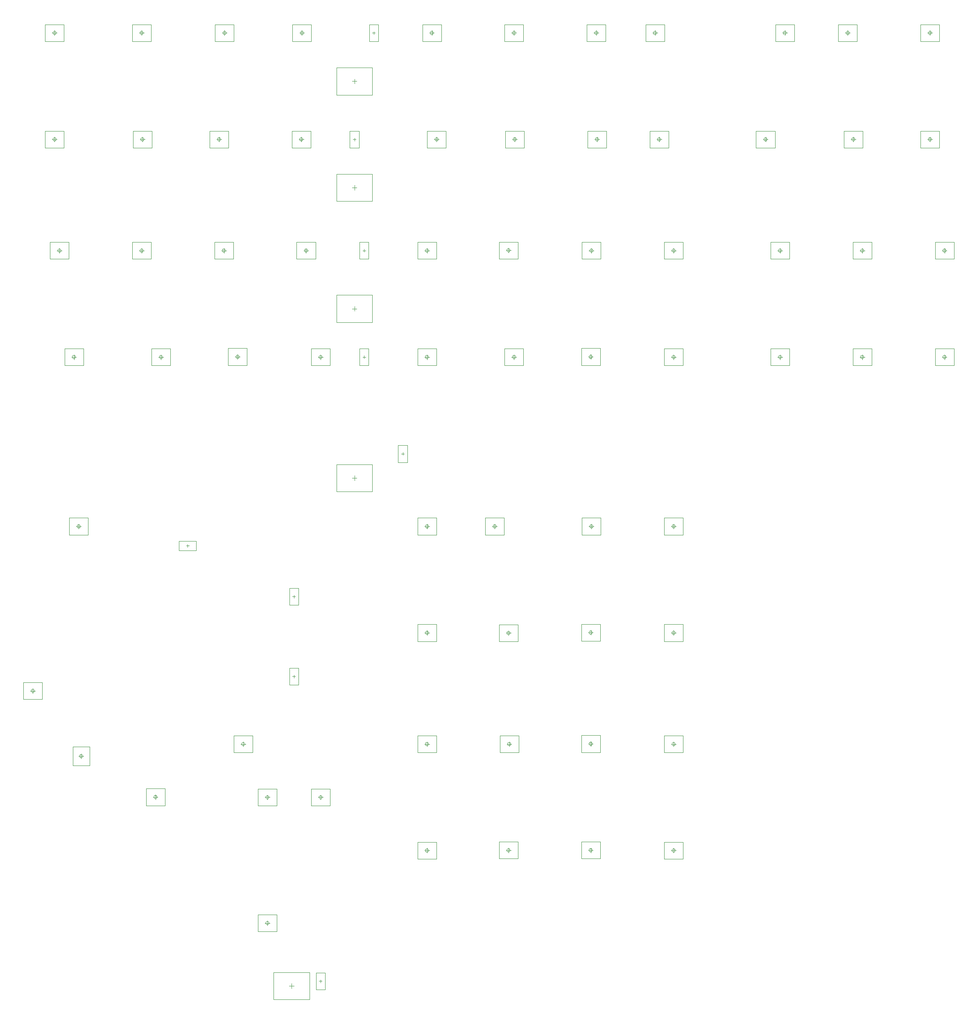
<source format=gbr>
%TF.GenerationSoftware,Altium Limited,Altium Designer,20.2.5 (213)*%
G04 Layer_Color=32768*
%FSLAX45Y45*%
%MOMM*%
%TF.SameCoordinates,662F433C-BD6F-4083-8A0F-E7C0AAC1164F*%
%TF.FilePolarity,Positive*%
%TF.FileFunction,Other,Mechanical_15*%
%TF.Part,Single*%
G01*
G75*
%TA.AperFunction,NonConductor*%
%ADD50C,0.10000*%
%ADD51C,0.05000*%
D50*
X5900000Y1650000D02*
Y1750000D01*
X5850000Y1700000D02*
X5950000D01*
X7200000Y12150000D02*
Y12250000D01*
X7150000Y12200000D02*
X7250000D01*
X7200000Y15650000D02*
Y15750000D01*
X7150000Y15700000D02*
X7250000D01*
X7200000Y18150000D02*
Y18250000D01*
X7150000Y18200000D02*
X7250000D01*
X7200000Y20350000D02*
Y20450000D01*
X7150000Y20400000D02*
X7250000D01*
D51*
X585000Y7800000D02*
G03*
X585000Y7800000I-35000J0D01*
G01*
X1585000Y6450000D02*
G03*
X1585000Y6450000I-35000J0D01*
G01*
X13835001Y4500000D02*
G03*
X13835001Y4500000I-35000J0D01*
G01*
X12120000Y4505000D02*
G03*
X12120000Y4505000I-35000J0D01*
G01*
X10420000D02*
G03*
X10420000Y4505000I-35000J0D01*
G01*
X8735000Y4500000D02*
G03*
X8735000Y4500000I-35000J0D01*
G01*
X5435000Y3000000D02*
G03*
X5435000Y3000000I-35000J0D01*
G01*
X13835001Y6700000D02*
G03*
X13835001Y6700000I-35000J0D01*
G01*
X12120000Y6705000D02*
G03*
X12120000Y6705000I-35000J0D01*
G01*
X10435000Y6700000D02*
G03*
X10435000Y6700000I-35000J0D01*
G01*
X8735000D02*
G03*
X8735000Y6700000I-35000J0D01*
G01*
X6535000Y5600000D02*
G03*
X6535000Y5600000I-35000J0D01*
G01*
X5435000D02*
G03*
X5435000Y5600000I-35000J0D01*
G01*
X3120000Y5605000D02*
G03*
X3120000Y5605000I-35000J0D01*
G01*
X13835001Y9000000D02*
G03*
X13835001Y9000000I-35000J0D01*
G01*
X12120000Y9005000D02*
G03*
X12120000Y9005000I-35000J0D01*
G01*
X10420000Y8995000D02*
G03*
X10420000Y8995000I-35000J0D01*
G01*
X8735000Y9000000D02*
G03*
X8735000Y9000000I-35000J0D01*
G01*
X4935000Y6700000D02*
G03*
X4935000Y6700000I-35000J0D01*
G01*
X13835001Y11200000D02*
G03*
X13835001Y11200000I-35000J0D01*
G01*
X12135000D02*
G03*
X12135000Y11200000I-35000J0D01*
G01*
X10135000D02*
G03*
X10135000Y11200000I-35000J0D01*
G01*
X8735000D02*
G03*
X8735000Y11200000I-35000J0D01*
G01*
X1535000D02*
G03*
X1535000Y11200000I-35000J0D01*
G01*
X19435001Y14700000D02*
G03*
X19435001Y14700000I-35000J0D01*
G01*
X17735001D02*
G03*
X17735001Y14700000I-35000J0D01*
G01*
X16035001D02*
G03*
X16035001Y14700000I-35000J0D01*
G01*
X13835001D02*
G03*
X13835001Y14700000I-35000J0D01*
G01*
X12120000Y14705000D02*
G03*
X12120000Y14705000I-35000J0D01*
G01*
X10535000Y14700000D02*
G03*
X10535000Y14700000I-35000J0D01*
G01*
X8735000D02*
G03*
X8735000Y14700000I-35000J0D01*
G01*
X6535000D02*
G03*
X6535000Y14700000I-35000J0D01*
G01*
X4820000Y14705000D02*
G03*
X4820000Y14705000I-35000J0D01*
G01*
X3235000Y14700000D02*
G03*
X3235000Y14700000I-35000J0D01*
G01*
X1435000D02*
G03*
X1435000Y14700000I-35000J0D01*
G01*
X19435001Y16900000D02*
G03*
X19435001Y16900000I-35000J0D01*
G01*
X17735001D02*
G03*
X17735001Y16900000I-35000J0D01*
G01*
X16035001D02*
G03*
X16035001Y16900000I-35000J0D01*
G01*
X13835001D02*
G03*
X13835001Y16900000I-35000J0D01*
G01*
X12135000D02*
G03*
X12135000Y16900000I-35000J0D01*
G01*
X10420000Y16905000D02*
G03*
X10420000Y16905000I-35000J0D01*
G01*
X8735000Y16900000D02*
G03*
X8735000Y16900000I-35000J0D01*
G01*
X6235000D02*
G03*
X6235000Y16900000I-35000J0D01*
G01*
X4535000D02*
G03*
X4535000Y16900000I-35000J0D01*
G01*
X2835000D02*
G03*
X2835000Y16900000I-35000J0D01*
G01*
X1135000D02*
G03*
X1135000Y16900000I-35000J0D01*
G01*
X19135001Y19200000D02*
G03*
X19135001Y19200000I-35000J0D01*
G01*
X17550000D02*
G03*
X17550000Y19200000I-35000J0D01*
G01*
X15735001D02*
G03*
X15735001Y19200000I-35000J0D01*
G01*
X13535001D02*
G03*
X13535001Y19200000I-35000J0D01*
G01*
X12250000D02*
G03*
X12250000Y19200000I-35000J0D01*
G01*
X10550000D02*
G03*
X10550000Y19200000I-35000J0D01*
G01*
X8935000D02*
G03*
X8935000Y19200000I-35000J0D01*
G01*
X6135000D02*
G03*
X6135000Y19200000I-35000J0D01*
G01*
X4435000D02*
G03*
X4435000Y19200000I-35000J0D01*
G01*
X2850000D02*
G03*
X2850000Y19200000I-35000J0D01*
G01*
X1035000D02*
G03*
X1035000Y19200000I-35000J0D01*
G01*
X19135001Y21400000D02*
G03*
X19135001Y21400000I-35000J0D01*
G01*
X17435001D02*
G03*
X17435001Y21400000I-35000J0D01*
G01*
X16135001D02*
G03*
X16135001Y21400000I-35000J0D01*
G01*
X13450000D02*
G03*
X13450000Y21400000I-35000J0D01*
G01*
X12235000D02*
G03*
X12235000Y21400000I-35000J0D01*
G01*
X10535000D02*
G03*
X10535000Y21400000I-35000J0D01*
G01*
X8835000D02*
G03*
X8835000Y21400000I-35000J0D01*
G01*
X6150000D02*
G03*
X6150000Y21400000I-35000J0D01*
G01*
X4550000D02*
G03*
X4550000Y21400000I-35000J0D01*
G01*
X2835000D02*
G03*
X2835000Y21400000I-35000J0D01*
G01*
X1035000D02*
G03*
X1035000Y21400000I-35000J0D01*
G01*
X500000Y7800000D02*
X600000D01*
X550000Y7750000D02*
Y7850000D01*
X355000Y7625000D02*
Y7975000D01*
X745000D01*
Y7625000D02*
Y7975000D01*
X355000Y7625000D02*
X745000D01*
X1550000Y6400000D02*
Y6500000D01*
X1500000Y6450000D02*
X1600000D01*
X1375000Y6255000D02*
X1725000D01*
X1375000D02*
Y6645000D01*
X1725000D01*
Y6255000D02*
Y6645000D01*
X3750000Y10770000D02*
Y10830000D01*
X3720000Y10800000D02*
X3780000D01*
X3575000Y10895000D02*
X3925000D01*
X3575000Y10705000D02*
X3925000D01*
X3575000D02*
Y10895000D01*
X3925000Y10705000D02*
Y10895000D01*
X5920000Y9750000D02*
X5980000D01*
X5950000Y9720000D02*
Y9780000D01*
X5855000Y9575000D02*
Y9925000D01*
X6045000Y9575000D02*
Y9925000D01*
X5855000Y9575000D02*
X6045000D01*
X5855000Y9925000D02*
X6045000D01*
X5920000Y8100000D02*
X5980000D01*
X5950000Y8070000D02*
Y8130000D01*
X6045000Y7925000D02*
Y8275000D01*
X5855000Y7925000D02*
Y8275000D01*
X6045000D01*
X5855000Y7925000D02*
X6045000D01*
X5530000Y1420000D02*
X6270000D01*
X5530000Y1980000D02*
X6270000D01*
Y1420000D02*
Y1980000D01*
X5530000Y1420000D02*
Y1980000D01*
X6830000Y11920000D02*
X7570000D01*
X6830000Y12480000D02*
X7570000D01*
Y11920000D02*
Y12480000D01*
X6830000Y11920000D02*
Y12480000D01*
Y15420000D02*
X7570000D01*
X6830000Y15980000D02*
X7570000D01*
Y15420000D02*
Y15980000D01*
X6830000Y15420000D02*
Y15980000D01*
Y17920000D02*
X7570000D01*
X6830000Y18480000D02*
X7570000D01*
Y17920000D02*
Y18480000D01*
X6830000Y17920000D02*
Y18480000D01*
Y20120000D02*
X7570000D01*
X6830000Y20680000D02*
X7570000D01*
Y20120000D02*
Y20680000D01*
X6830000Y20120000D02*
Y20680000D01*
X6470000Y1800000D02*
X6530000D01*
X6500000Y1770000D02*
Y1830000D01*
X6595000Y1625000D02*
Y1975000D01*
X6405000Y1625000D02*
Y1975000D01*
X6595000D01*
X6405000Y1625000D02*
X6595000D01*
X7370000Y14700000D02*
X7430000D01*
X7400000Y14670000D02*
Y14730000D01*
X7495000Y14525000D02*
Y14875000D01*
X7305000Y14525000D02*
Y14875000D01*
X7495000D01*
X7305000Y14525000D02*
X7495000D01*
X7370000Y16900000D02*
X7430000D01*
X7400000Y16870000D02*
Y16930000D01*
X7495000Y16725000D02*
Y17075000D01*
X7305000Y16725000D02*
Y17075000D01*
X7495000D01*
X7305000Y16725000D02*
X7495000D01*
X7170000Y19200000D02*
X7230000D01*
X7200000Y19170000D02*
Y19230000D01*
X7295000Y19025000D02*
Y19375000D01*
X7105000Y19025000D02*
Y19375000D01*
X7295000D01*
X7105000Y19025000D02*
X7295000D01*
X7570000Y21400000D02*
X7630000D01*
X7600000Y21370000D02*
Y21430000D01*
X7695000Y21225000D02*
Y21575000D01*
X7505000Y21225000D02*
Y21575000D01*
X7695000D01*
X7505000Y21225000D02*
X7695000D01*
X8170000Y12700000D02*
X8230000D01*
X8200000Y12670000D02*
Y12730000D01*
X8105000Y12525000D02*
Y12875000D01*
X8295000Y12525000D02*
Y12875000D01*
X8105000Y12525000D02*
X8295000D01*
X8105000Y12875000D02*
X8295000D01*
X13750000Y4500000D02*
X13850000D01*
X13800000Y4450000D02*
Y4550000D01*
X13995000Y4325000D02*
Y4675000D01*
X13605000Y4325000D02*
X13995000D01*
X13605000D02*
Y4675000D01*
X13995000D01*
X12035000Y4505000D02*
X12135000D01*
X12085000Y4455000D02*
Y4555000D01*
X12280000Y4330000D02*
Y4680000D01*
X11890000Y4330000D02*
X12280000D01*
X11890000D02*
Y4680000D01*
X12280000D01*
X10335000Y4505000D02*
X10435000D01*
X10385000Y4455000D02*
Y4555000D01*
X10580000Y4330000D02*
Y4680000D01*
X10190000Y4330000D02*
X10580000D01*
X10190000D02*
Y4680000D01*
X10580000D01*
X8650000Y4500000D02*
X8750000D01*
X8700000Y4450000D02*
Y4550000D01*
X8895000Y4325000D02*
Y4675000D01*
X8505000Y4325000D02*
X8895000D01*
X8505000D02*
Y4675000D01*
X8895000D01*
X5350000Y3000000D02*
X5450000D01*
X5400000Y2950000D02*
Y3050000D01*
X5205000Y2825000D02*
Y3175000D01*
X5595000D01*
Y2825000D02*
Y3175000D01*
X5205000Y2825000D02*
X5595000D01*
X13750000Y6700000D02*
X13850000D01*
X13800000Y6650000D02*
Y6750000D01*
X13995000Y6525000D02*
Y6875000D01*
X13605000Y6525000D02*
X13995000D01*
X13605000D02*
Y6875000D01*
X13995000D01*
X12035000Y6705000D02*
X12135000D01*
X12085000Y6655000D02*
Y6755000D01*
X12280000Y6530000D02*
Y6880000D01*
X11890000Y6530000D02*
X12280000D01*
X11890000D02*
Y6880000D01*
X12280000D01*
X10350000Y6700000D02*
X10450000D01*
X10400000Y6650000D02*
Y6750000D01*
X10595000Y6525000D02*
Y6875000D01*
X10205000Y6525000D02*
X10595000D01*
X10205000D02*
Y6875000D01*
X10595000D01*
X8650000Y6700000D02*
X8750000D01*
X8700000Y6650000D02*
Y6750000D01*
X8895000Y6525000D02*
Y6875000D01*
X8505000Y6525000D02*
X8895000D01*
X8505000D02*
Y6875000D01*
X8895000D01*
X6450000Y5600000D02*
X6550000D01*
X6500000Y5550000D02*
Y5650000D01*
X6695000Y5425000D02*
Y5775000D01*
X6305000Y5425000D02*
X6695000D01*
X6305000D02*
Y5775000D01*
X6695000D01*
X5350000Y5600000D02*
X5450000D01*
X5400000Y5550000D02*
Y5650000D01*
X5595000Y5425000D02*
Y5775000D01*
X5205000Y5425000D02*
X5595000D01*
X5205000D02*
Y5775000D01*
X5595000D01*
X3035000Y5605000D02*
X3135000D01*
X3085000Y5555000D02*
Y5655000D01*
X3280000Y5430000D02*
Y5780000D01*
X2890000Y5430000D02*
X3280000D01*
X2890000D02*
Y5780000D01*
X3280000D01*
X13750000Y9000000D02*
X13850000D01*
X13800000Y8950000D02*
Y9050000D01*
X13995000Y8825000D02*
Y9175000D01*
X13605000Y8825000D02*
X13995000D01*
X13605000D02*
Y9175000D01*
X13995000D01*
X12035000Y9005000D02*
X12135000D01*
X12085000Y8955000D02*
Y9055000D01*
X12280000Y8830000D02*
Y9180000D01*
X11890000Y8830000D02*
X12280000D01*
X11890000D02*
Y9180000D01*
X12280000D01*
X10335000Y8995000D02*
X10435000D01*
X10385000Y8945000D02*
Y9045000D01*
X10580000Y8820000D02*
Y9170000D01*
X10190000Y8820000D02*
X10580000D01*
X10190000D02*
Y9170000D01*
X10580000D01*
X8650000Y9000000D02*
X8750000D01*
X8700000Y8950000D02*
Y9050000D01*
X8895000Y8825000D02*
Y9175000D01*
X8505000Y8825000D02*
X8895000D01*
X8505000D02*
Y9175000D01*
X8895000D01*
X4850000Y6700000D02*
X4950000D01*
X4900000Y6650000D02*
Y6750000D01*
X5095000Y6525000D02*
Y6875000D01*
X4705000Y6525000D02*
X5095000D01*
X4705000D02*
Y6875000D01*
X5095000D01*
X13750000Y11200000D02*
X13850000D01*
X13800000Y11150000D02*
Y11250000D01*
X13995000Y11025000D02*
Y11375000D01*
X13605000Y11025000D02*
X13995000D01*
X13605000D02*
Y11375000D01*
X13995000D01*
X12050000Y11200000D02*
X12150000D01*
X12100000Y11150000D02*
Y11250000D01*
X12295000Y11025000D02*
Y11375000D01*
X11905000Y11025000D02*
X12295000D01*
X11905000D02*
Y11375000D01*
X12295000D01*
X10050000Y11200000D02*
X10150000D01*
X10100000Y11150000D02*
Y11250000D01*
X10295000Y11025000D02*
Y11375000D01*
X9905000Y11025000D02*
X10295000D01*
X9905000D02*
Y11375000D01*
X10295000D01*
X8650000Y11200000D02*
X8750000D01*
X8700000Y11150000D02*
Y11250000D01*
X8895000Y11025000D02*
Y11375000D01*
X8505000Y11025000D02*
X8895000D01*
X8505000D02*
Y11375000D01*
X8895000D01*
X1450000Y11200000D02*
X1550000D01*
X1500000Y11150000D02*
Y11250000D01*
X1695000Y11025000D02*
Y11375000D01*
X1305000Y11025000D02*
X1695000D01*
X1305000D02*
Y11375000D01*
X1695000D01*
X19350000Y14700000D02*
X19450000D01*
X19400000Y14650000D02*
Y14750000D01*
X19595000Y14525000D02*
Y14875000D01*
X19205000Y14525000D02*
X19595000D01*
X19205000D02*
Y14875000D01*
X19595000D01*
X17650000Y14700000D02*
X17750000D01*
X17700000Y14650000D02*
Y14750000D01*
X17895000Y14525000D02*
Y14875000D01*
X17505000Y14525000D02*
X17895000D01*
X17505000D02*
Y14875000D01*
X17895000D01*
X15950000Y14700000D02*
X16050000D01*
X16000000Y14650000D02*
Y14750000D01*
X16195000Y14525000D02*
Y14875000D01*
X15805000Y14525000D02*
X16195000D01*
X15805000D02*
Y14875000D01*
X16195000D01*
X13750000Y14700000D02*
X13850000D01*
X13800000Y14650000D02*
Y14750000D01*
X13995000Y14525000D02*
Y14875000D01*
X13605000Y14525000D02*
X13995000D01*
X13605000D02*
Y14875000D01*
X13995000D01*
X12035000Y14705000D02*
X12135000D01*
X12085000Y14655000D02*
Y14755000D01*
X12280000Y14530000D02*
Y14880000D01*
X11890000Y14530000D02*
X12280000D01*
X11890000D02*
Y14880000D01*
X12280000D01*
X10450000Y14700000D02*
X10550000D01*
X10500000Y14650000D02*
Y14750000D01*
X10695000Y14525000D02*
Y14875000D01*
X10305000Y14525000D02*
X10695000D01*
X10305000D02*
Y14875000D01*
X10695000D01*
X8650000Y14700000D02*
X8750000D01*
X8700000Y14650000D02*
Y14750000D01*
X8895000Y14525000D02*
Y14875000D01*
X8505000Y14525000D02*
X8895000D01*
X8505000D02*
Y14875000D01*
X8895000D01*
X6450000Y14700000D02*
X6550000D01*
X6500000Y14650000D02*
Y14750000D01*
X6695000Y14525000D02*
Y14875000D01*
X6305000Y14525000D02*
X6695000D01*
X6305000D02*
Y14875000D01*
X6695000D01*
X4735000Y14705000D02*
X4835000D01*
X4785000Y14655000D02*
Y14755000D01*
X4980000Y14530000D02*
Y14880000D01*
X4590000Y14530000D02*
X4980000D01*
X4590000D02*
Y14880000D01*
X4980000D01*
X3150000Y14700000D02*
X3250000D01*
X3200000Y14650000D02*
Y14750000D01*
X3395000Y14525000D02*
Y14875000D01*
X3005000Y14525000D02*
X3395000D01*
X3005000D02*
Y14875000D01*
X3395000D01*
X1350000Y14700000D02*
X1450000D01*
X1400000Y14650000D02*
Y14750000D01*
X1595000Y14525000D02*
Y14875000D01*
X1205000Y14525000D02*
X1595000D01*
X1205000D02*
Y14875000D01*
X1595000D01*
X19350000Y16900000D02*
X19450000D01*
X19400000Y16850000D02*
Y16950000D01*
X19595000Y16725000D02*
Y17075000D01*
X19205000Y16725000D02*
X19595000D01*
X19205000D02*
Y17075000D01*
X19595000D01*
X17650000Y16900000D02*
X17750000D01*
X17700000Y16850000D02*
Y16950000D01*
X17895000Y16725000D02*
Y17075000D01*
X17505000Y16725000D02*
X17895000D01*
X17505000D02*
Y17075000D01*
X17895000D01*
X15950000Y16900000D02*
X16050000D01*
X16000000Y16850000D02*
Y16950000D01*
X16195000Y16725000D02*
Y17075000D01*
X15805000Y16725000D02*
X16195000D01*
X15805000D02*
Y17075000D01*
X16195000D01*
X13750000Y16900000D02*
X13850000D01*
X13800000Y16850000D02*
Y16950000D01*
X13995000Y16725000D02*
Y17075000D01*
X13605000Y16725000D02*
X13995000D01*
X13605000D02*
Y17075000D01*
X13995000D01*
X12050000Y16900000D02*
X12150000D01*
X12100000Y16850000D02*
Y16950000D01*
X12295000Y16725000D02*
Y17075000D01*
X11905000Y16725000D02*
X12295000D01*
X11905000D02*
Y17075000D01*
X12295000D01*
X10335000Y16905000D02*
X10435000D01*
X10385000Y16855000D02*
Y16955000D01*
X10580000Y16730000D02*
Y17080000D01*
X10190000Y16730000D02*
X10580000D01*
X10190000D02*
Y17080000D01*
X10580000D01*
X8650000Y16900000D02*
X8750000D01*
X8700000Y16850000D02*
Y16950000D01*
X8895000Y16725000D02*
Y17075000D01*
X8505000Y16725000D02*
X8895000D01*
X8505000D02*
Y17075000D01*
X8895000D01*
X6150000Y16900000D02*
X6250000D01*
X6200000Y16850000D02*
Y16950000D01*
X6395000Y16725000D02*
Y17075000D01*
X6005000Y16725000D02*
X6395000D01*
X6005000D02*
Y17075000D01*
X6395000D01*
X4450000Y16900000D02*
X4550000D01*
X4500000Y16850000D02*
Y16950000D01*
X4695000Y16725000D02*
Y17075000D01*
X4305000Y16725000D02*
X4695000D01*
X4305000D02*
Y17075000D01*
X4695000D01*
X2750000Y16900000D02*
X2850000D01*
X2800000Y16850000D02*
Y16950000D01*
X2995000Y16725000D02*
Y17075000D01*
X2605000Y16725000D02*
X2995000D01*
X2605000D02*
Y17075000D01*
X2995000D01*
X1050000Y16900000D02*
X1150000D01*
X1100000Y16850000D02*
Y16950000D01*
X1295000Y16725000D02*
Y17075000D01*
X905000Y16725000D02*
X1295000D01*
X905000D02*
Y17075000D01*
X1295000D01*
X19050000Y19200000D02*
X19150000D01*
X19100000Y19150000D02*
Y19250000D01*
X19295000Y19025000D02*
Y19375000D01*
X18905000Y19025000D02*
X19295000D01*
X18905000D02*
Y19375000D01*
X19295000D01*
X17464999Y19200000D02*
X17564999D01*
X17514999Y19150000D02*
Y19250000D01*
X17710001Y19025000D02*
Y19375000D01*
X17320000Y19025000D02*
X17710001D01*
X17320000D02*
Y19375000D01*
X17710001D01*
X15650000Y19200000D02*
X15750000D01*
X15700000Y19150000D02*
Y19250000D01*
X15895000Y19025000D02*
Y19375000D01*
X15505000Y19025000D02*
X15895000D01*
X15505000D02*
Y19375000D01*
X15895000D01*
X13450000Y19200000D02*
X13550000D01*
X13500000Y19150000D02*
Y19250000D01*
X13695000Y19025000D02*
Y19375000D01*
X13305000Y19025000D02*
X13695000D01*
X13305000D02*
Y19375000D01*
X13695000D01*
X12165000Y19200000D02*
X12265000D01*
X12215000Y19150000D02*
Y19250000D01*
X12410000Y19025000D02*
Y19375000D01*
X12020000Y19025000D02*
X12410000D01*
X12020000D02*
Y19375000D01*
X12410000D01*
X10465000Y19200000D02*
X10565000D01*
X10515000Y19150000D02*
Y19250000D01*
X10710000Y19025000D02*
Y19375000D01*
X10320000Y19025000D02*
X10710000D01*
X10320000D02*
Y19375000D01*
X10710000D01*
X8850000Y19200000D02*
X8950000D01*
X8900000Y19150000D02*
Y19250000D01*
X9095000Y19025000D02*
Y19375000D01*
X8705000Y19025000D02*
X9095000D01*
X8705000D02*
Y19375000D01*
X9095000D01*
X6050000Y19200000D02*
X6150000D01*
X6100000Y19150000D02*
Y19250000D01*
X6295000Y19025000D02*
Y19375000D01*
X5905000Y19025000D02*
X6295000D01*
X5905000D02*
Y19375000D01*
X6295000D01*
X4350000Y19200000D02*
X4450000D01*
X4400000Y19150000D02*
Y19250000D01*
X4595000Y19025000D02*
Y19375000D01*
X4205000Y19025000D02*
X4595000D01*
X4205000D02*
Y19375000D01*
X4595000D01*
X2765000Y19200000D02*
X2865000D01*
X2815000Y19150000D02*
Y19250000D01*
X3010000Y19025000D02*
Y19375000D01*
X2620000Y19025000D02*
X3010000D01*
X2620000D02*
Y19375000D01*
X3010000D01*
X950000Y19200000D02*
X1050000D01*
X1000000Y19150000D02*
Y19250000D01*
X1195000Y19025000D02*
Y19375000D01*
X805000Y19025000D02*
X1195000D01*
X805000D02*
Y19375000D01*
X1195000D01*
X19050000Y21400000D02*
X19150000D01*
X19100000Y21350000D02*
Y21450000D01*
X19295000Y21225000D02*
Y21575000D01*
X18905000Y21225000D02*
X19295000D01*
X18905000D02*
Y21575000D01*
X19295000D01*
X17350000Y21400000D02*
X17450000D01*
X17400000Y21350000D02*
Y21450000D01*
X17595000Y21225000D02*
Y21575000D01*
X17205000Y21225000D02*
X17595000D01*
X17205000D02*
Y21575000D01*
X17595000D01*
X16050000Y21400000D02*
X16150000D01*
X16100000Y21350000D02*
Y21450000D01*
X16295000Y21225000D02*
Y21575000D01*
X15905000Y21225000D02*
X16295000D01*
X15905000D02*
Y21575000D01*
X16295000D01*
X13364999Y21400000D02*
X13464999D01*
X13414999Y21350000D02*
Y21450000D01*
X13610001Y21225000D02*
Y21575000D01*
X13220000Y21225000D02*
X13610001D01*
X13220000D02*
Y21575000D01*
X13610001D01*
X12150000Y21400000D02*
X12250000D01*
X12200000Y21350000D02*
Y21450000D01*
X12395000Y21225000D02*
Y21575000D01*
X12005000Y21225000D02*
X12395000D01*
X12005000D02*
Y21575000D01*
X12395000D01*
X10450000Y21400000D02*
X10550000D01*
X10500000Y21350000D02*
Y21450000D01*
X10695000Y21225000D02*
Y21575000D01*
X10305000Y21225000D02*
X10695000D01*
X10305000D02*
Y21575000D01*
X10695000D01*
X8750000Y21400000D02*
X8850000D01*
X8800000Y21350000D02*
Y21450000D01*
X8995000Y21225000D02*
Y21575000D01*
X8605000Y21225000D02*
X8995000D01*
X8605000D02*
Y21575000D01*
X8995000D01*
X6065000Y21400000D02*
X6165000D01*
X6115000Y21350000D02*
Y21450000D01*
X6310000Y21225000D02*
Y21575000D01*
X5920000Y21225000D02*
X6310000D01*
X5920000D02*
Y21575000D01*
X6310000D01*
X4465000Y21400000D02*
X4565000D01*
X4515000Y21350000D02*
Y21450000D01*
X4710000Y21225000D02*
Y21575000D01*
X4320000Y21225000D02*
X4710000D01*
X4320000D02*
Y21575000D01*
X4710000D01*
X2750000Y21400000D02*
X2850000D01*
X2800000Y21350000D02*
Y21450000D01*
X2995000Y21225000D02*
Y21575000D01*
X2605000Y21225000D02*
X2995000D01*
X2605000D02*
Y21575000D01*
X2995000D01*
X950000Y21400000D02*
X1050000D01*
X1000000Y21350000D02*
Y21450000D01*
X1195000Y21225000D02*
Y21575000D01*
X805000Y21225000D02*
X1195000D01*
X805000D02*
Y21575000D01*
X1195000D01*
%TF.MD5,94ae00574a51e1fc42c5129953def8dc*%
M02*

</source>
